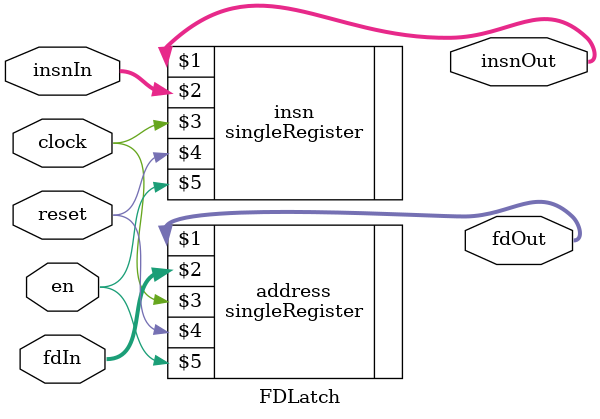
<source format=v>
module FDLatch(fdOut,insnOut,fdIn,insnIn,clock,reset,en);
    input [31:0] insnIn, fdIn;
    input clock, reset,en;

    output [31:0] fdOut,insnOut;

    //singleRegister(out,in,clock,clear,input_enable);
    singleRegister address(fdOut,fdIn,clock,reset,en);
    singleRegister insn(insnOut,insnIn,clock,reset,en);


endmodule
</source>
